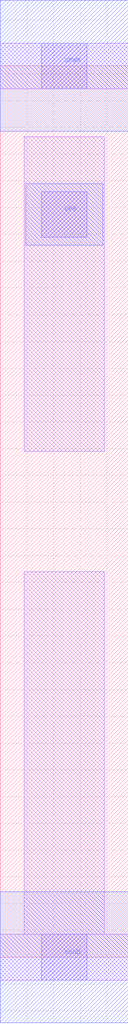
<source format=lef>
# Copyright 2020 The SkyWater PDK Authors
#
# Licensed under the Apache License, Version 2.0 (the "License");
# you may not use this file except in compliance with the License.
# You may obtain a copy of the License at
#
#     https://www.apache.org/licenses/LICENSE-2.0
#
# Unless required by applicable law or agreed to in writing, software
# distributed under the License is distributed on an "AS IS" BASIS,
# WITHOUT WARRANTIES OR CONDITIONS OF ANY KIND, either express or implied.
# See the License for the specific language governing permissions and
# limitations under the License.
#
# SPDX-License-Identifier: Apache-2.0

VERSION 5.5 ;
NAMESCASESENSITIVE ON ;
BUSBITCHARS "[]" ;
DIVIDERCHAR "/" ;
MACRO sky130_fd_sc_lp__tapvgnd_1
  CLASS CORE WELLTAP ;
  SOURCE USER ;
  ORIGIN  0.000000  0.000000 ;
  SIZE  0.480000 BY  3.330000 ;
  SYMMETRY X Y R90 ;
  SITE unit ;
  PIN VGND
    DIRECTION INOUT ;
    USE GROUND ;
    PORT
      LAYER met1 ;
        RECT 0.000000 -0.245000 0.480000 0.245000 ;
    END
  END VGND
  PIN VPB
    DIRECTION INOUT ;
    USE POWER ;
    PORT
      LAYER met1 ;
        RECT 0.095000 2.660000 0.385000 2.890000 ;
    END
  END VPB
  PIN VPWR
    DIRECTION INOUT ;
    USE POWER ;
    PORT
      LAYER met1 ;
        RECT 0.000000 3.085000 0.480000 3.575000 ;
    END
  END VPWR
  OBS
    LAYER li1 ;
      RECT 0.000000 -0.085000 0.480000 0.085000 ;
      RECT 0.000000  3.245000 0.480000 3.415000 ;
      RECT 0.090000  0.085000 0.390000 1.440000 ;
      RECT 0.090000  1.890000 0.390000 3.065000 ;
    LAYER mcon ;
      RECT 0.155000 -0.085000 0.325000 0.085000 ;
      RECT 0.155000  2.690000 0.325000 2.860000 ;
      RECT 0.155000  3.245000 0.325000 3.415000 ;
  END
END sky130_fd_sc_lp__tapvgnd_1
END LIBRARY

</source>
